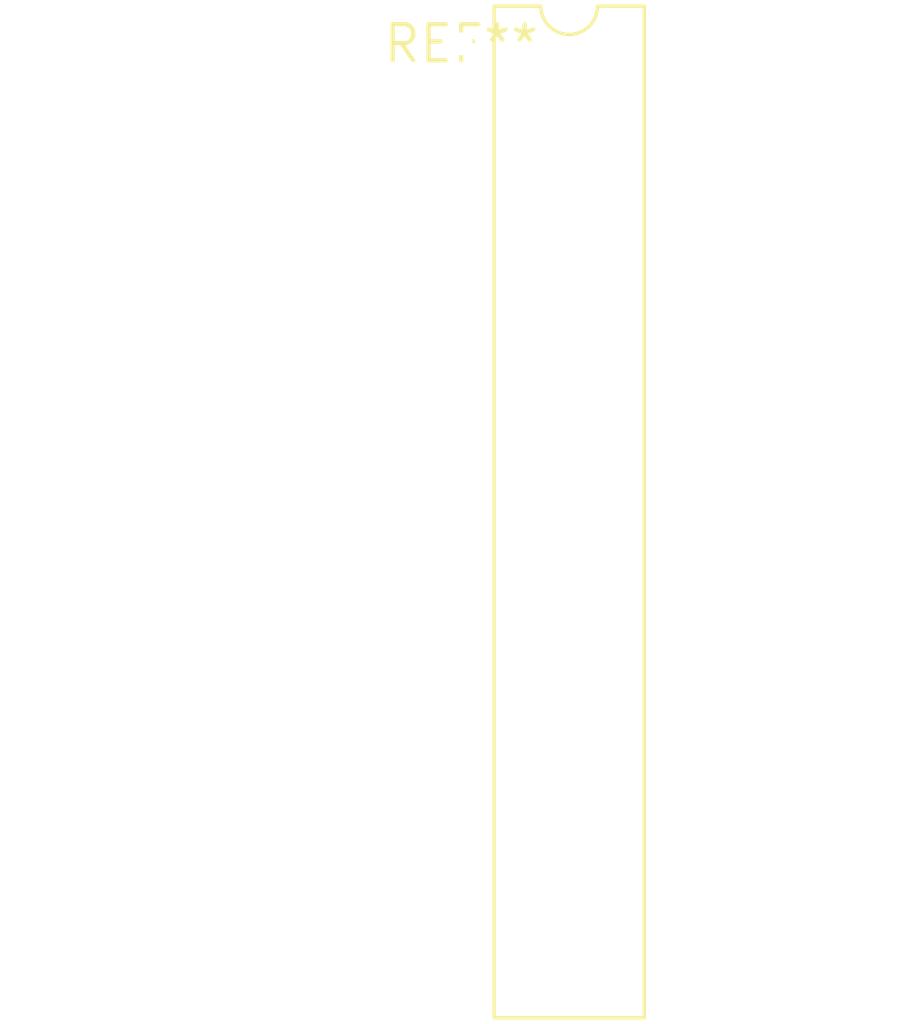
<source format=kicad_pcb>
(kicad_pcb (version 20240108) (generator pcbnew)
  (layers (0 "F.Cu" signal) (31 "B.Cu" signal) (34 "B.Paste" user) (35 "F.Paste" user) (36 "B.SilkS" user "B.Silkscreen") (37 "F.SilkS" user "F.Silkscreen") (38 "B.Mask" user) (39 "F.Mask" user) (44 "Edge.Cuts" user))
  (net 0 "")
  (footprint "CERDIP-28_W7.62mm_SideBrazed" (layer "F.Cu") (at 0 0)
    (property "Reference" "REF**")
    (property "Value" "CERDIP-28_W7.62mm_SideBrazed")
    (fp_line (start 1.16 -1.33) (end 1.16 34.35) (layer "F.SilkS") (stroke (width 0.12)))
    (fp_line (start 1.16 34.35) (end 6.46 34.35) (layer "F.SilkS") (stroke (width 0.12)))
    (fp_line (start 2.81 -1.33) (end 1.16 -1.33) (layer "F.SilkS") (stroke (width 0.12)))
    (fp_line (start 6.46 -1.33) (end 4.81 -1.33) (layer "F.SilkS") (stroke (width 0.12)))
    (fp_line (start 6.46 34.35) (end 6.46 -1.33) (layer "F.SilkS") (stroke (width 0.12)))
    (fp_arc (start 4.81 -1.33) (mid 3.81 -0.33) (end 2.81 -1.33) (layer "F.SilkS") (stroke (width 0.12)))
    (pad "1" thru_hole rect (at 0 0) (size 1.6 1.6) (drill 0.8) (layers *.Cu *.Mask) (remove_unused_layers))
    (pad "2" thru_hole circle (at 0 2.54) (size 1.6 1.6) (drill 0.8) (layers *.Cu *.Mask) (remove_unused_layers))
    (pad "3" thru_hole circle (at 0 5.08) (size 1.6 1.6) (drill 0.8) (layers *.Cu *.Mask) (remove_unused_layers))
    (pad "4" thru_hole circle (at 0 7.62) (size 1.6 1.6) (drill 0.8) (layers *.Cu *.Mask) (remove_unused_layers))
    (pad "5" thru_hole circle (at 0 10.16) (size 1.6 1.6) (drill 0.8) (layers *.Cu *.Mask) (remove_unused_layers))
    (pad "6" thru_hole circle (at 0 12.7) (size 1.6 1.6) (drill 0.8) (layers *.Cu *.Mask) (remove_unused_layers))
    (pad "7" thru_hole circle (at 0 15.24) (size 1.6 1.6) (drill 0.8) (layers *.Cu *.Mask) (remove_unused_layers))
    (pad "8" thru_hole circle (at 0 17.78) (size 1.6 1.6) (drill 0.8) (layers *.Cu *.Mask) (remove_unused_layers))
    (pad "9" thru_hole circle (at 0 20.32) (size 1.6 1.6) (drill 0.8) (layers *.Cu *.Mask) (remove_unused_layers))
    (pad "10" thru_hole circle (at 0 22.86) (size 1.6 1.6) (drill 0.8) (layers *.Cu *.Mask) (remove_unused_layers))
    (pad "11" thru_hole circle (at 0 25.4) (size 1.6 1.6) (drill 0.8) (layers *.Cu *.Mask) (remove_unused_layers))
    (pad "12" thru_hole circle (at 0 27.94) (size 1.6 1.6) (drill 0.8) (layers *.Cu *.Mask) (remove_unused_layers))
    (pad "13" thru_hole circle (at 0 30.48) (size 1.6 1.6) (drill 0.8) (layers *.Cu *.Mask) (remove_unused_layers))
    (pad "14" thru_hole circle (at 0 33.02) (size 1.6 1.6) (drill 0.8) (layers *.Cu *.Mask) (remove_unused_layers))
    (pad "15" thru_hole circle (at 7.62 33.02) (size 1.6 1.6) (drill 0.8) (layers *.Cu *.Mask) (remove_unused_layers))
    (pad "16" thru_hole circle (at 7.62 30.48) (size 1.6 1.6) (drill 0.8) (layers *.Cu *.Mask) (remove_unused_layers))
    (pad "17" thru_hole circle (at 7.62 27.94) (size 1.6 1.6) (drill 0.8) (layers *.Cu *.Mask) (remove_unused_layers))
    (pad "18" thru_hole circle (at 7.62 25.4) (size 1.6 1.6) (drill 0.8) (layers *.Cu *.Mask) (remove_unused_layers))
    (pad "19" thru_hole circle (at 7.62 22.86) (size 1.6 1.6) (drill 0.8) (layers *.Cu *.Mask) (remove_unused_layers))
    (pad "20" thru_hole circle (at 7.62 20.32) (size 1.6 1.6) (drill 0.8) (layers *.Cu *.Mask) (remove_unused_layers))
    (pad "21" thru_hole circle (at 7.62 17.78) (size 1.6 1.6) (drill 0.8) (layers *.Cu *.Mask) (remove_unused_layers))
    (pad "22" thru_hole circle (at 7.62 15.24) (size 1.6 1.6) (drill 0.8) (layers *.Cu *.Mask) (remove_unused_layers))
    (pad "23" thru_hole circle (at 7.62 12.7) (size 1.6 1.6) (drill 0.8) (layers *.Cu *.Mask) (remove_unused_layers))
    (pad "24" thru_hole circle (at 7.62 10.16) (size 1.6 1.6) (drill 0.8) (layers *.Cu *.Mask) (remove_unused_layers))
    (pad "25" thru_hole circle (at 7.62 7.62) (size 1.6 1.6) (drill 0.8) (layers *.Cu *.Mask) (remove_unused_layers))
    (pad "26" thru_hole circle (at 7.62 5.08) (size 1.6 1.6) (drill 0.8) (layers *.Cu *.Mask) (remove_unused_layers))
    (pad "27" thru_hole circle (at 7.62 2.54) (size 1.6 1.6) (drill 0.8) (layers *.Cu *.Mask) (remove_unused_layers))
    (pad "28" thru_hole circle (at 7.62 0) (size 1.6 1.6) (drill 0.8) (layers *.Cu *.Mask) (remove_unused_layers))
  )
)
</source>
